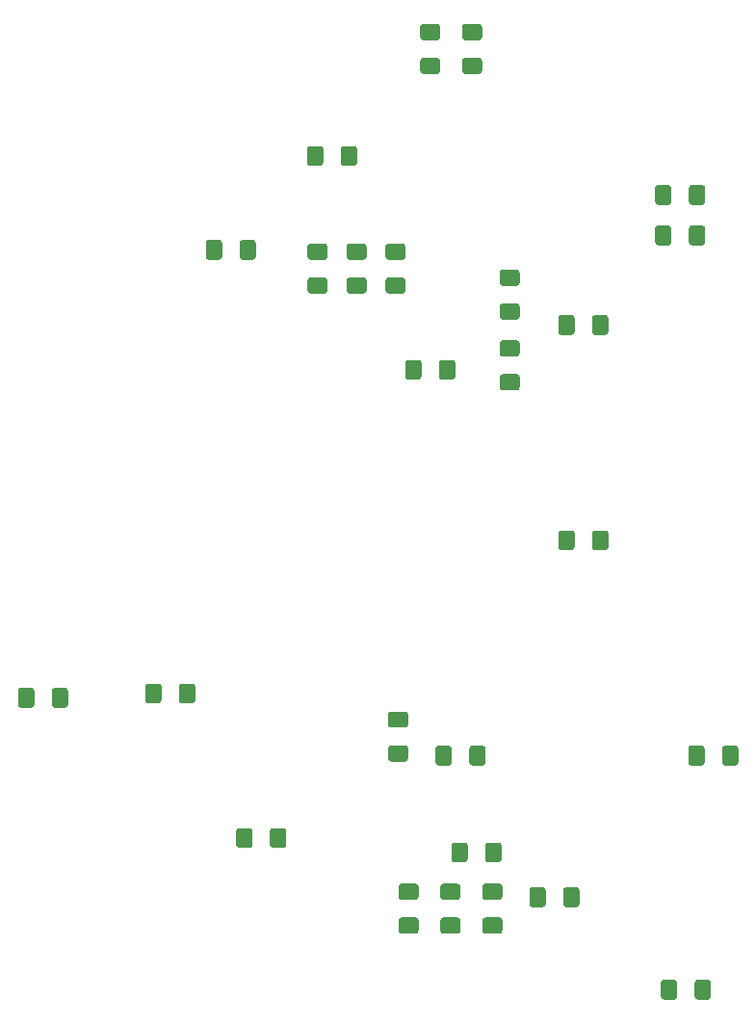
<source format=gbp>
G04 #@! TF.GenerationSoftware,KiCad,Pcbnew,(5.1.6)-1*
G04 #@! TF.CreationDate,2020-11-25T06:28:35+02:00*
G04 #@! TF.ProjectId,PlusD_Clone_1_5,506c7573-445f-4436-9c6f-6e655f315f35,rev?*
G04 #@! TF.SameCoordinates,Original*
G04 #@! TF.FileFunction,Paste,Bot*
G04 #@! TF.FilePolarity,Positive*
%FSLAX46Y46*%
G04 Gerber Fmt 4.6, Leading zero omitted, Abs format (unit mm)*
G04 Created by KiCad (PCBNEW (5.1.6)-1) date 2020-11-25 06:28:35*
%MOMM*%
%LPD*%
G01*
G04 APERTURE LIST*
G04 APERTURE END LIST*
G36*
G01*
X115707000Y-105804000D02*
X116957000Y-105804000D01*
G75*
G02*
X117207000Y-106054000I0J-250000D01*
G01*
X117207000Y-106979000D01*
G75*
G02*
X116957000Y-107229000I-250000J0D01*
G01*
X115707000Y-107229000D01*
G75*
G02*
X115457000Y-106979000I0J250000D01*
G01*
X115457000Y-106054000D01*
G75*
G02*
X115707000Y-105804000I250000J0D01*
G01*
G37*
G36*
G01*
X115707000Y-102829000D02*
X116957000Y-102829000D01*
G75*
G02*
X117207000Y-103079000I0J-250000D01*
G01*
X117207000Y-104004000D01*
G75*
G02*
X116957000Y-104254000I-250000J0D01*
G01*
X115707000Y-104254000D01*
G75*
G02*
X115457000Y-104004000I0J250000D01*
G01*
X115457000Y-103079000D01*
G75*
G02*
X115707000Y-102829000I250000J0D01*
G01*
G37*
G36*
G01*
X120914000Y-51829000D02*
X122164000Y-51829000D01*
G75*
G02*
X122414000Y-52079000I0J-250000D01*
G01*
X122414000Y-53004000D01*
G75*
G02*
X122164000Y-53254000I-250000J0D01*
G01*
X120914000Y-53254000D01*
G75*
G02*
X120664000Y-53004000I0J250000D01*
G01*
X120664000Y-52079000D01*
G75*
G02*
X120914000Y-51829000I250000J0D01*
G01*
G37*
G36*
G01*
X120914000Y-48854000D02*
X122164000Y-48854000D01*
G75*
G02*
X122414000Y-49104000I0J-250000D01*
G01*
X122414000Y-50029000D01*
G75*
G02*
X122164000Y-50279000I-250000J0D01*
G01*
X120914000Y-50279000D01*
G75*
G02*
X120664000Y-50029000I0J250000D01*
G01*
X120664000Y-49104000D01*
G75*
G02*
X120914000Y-48854000I250000J0D01*
G01*
G37*
G36*
G01*
X120914000Y-58052000D02*
X122164000Y-58052000D01*
G75*
G02*
X122414000Y-58302000I0J-250000D01*
G01*
X122414000Y-59227000D01*
G75*
G02*
X122164000Y-59477000I-250000J0D01*
G01*
X120914000Y-59477000D01*
G75*
G02*
X120664000Y-59227000I0J250000D01*
G01*
X120664000Y-58302000D01*
G75*
G02*
X120914000Y-58052000I250000J0D01*
G01*
G37*
G36*
G01*
X120914000Y-55077000D02*
X122164000Y-55077000D01*
G75*
G02*
X122414000Y-55327000I0J-250000D01*
G01*
X122414000Y-56252000D01*
G75*
G02*
X122164000Y-56502000I-250000J0D01*
G01*
X120914000Y-56502000D01*
G75*
G02*
X120664000Y-56252000I0J250000D01*
G01*
X120664000Y-55327000D01*
G75*
G02*
X120914000Y-55077000I250000J0D01*
G01*
G37*
G36*
G01*
X112131000Y-47993000D02*
X110881000Y-47993000D01*
G75*
G02*
X110631000Y-47743000I0J250000D01*
G01*
X110631000Y-46818000D01*
G75*
G02*
X110881000Y-46568000I250000J0D01*
G01*
X112131000Y-46568000D01*
G75*
G02*
X112381000Y-46818000I0J-250000D01*
G01*
X112381000Y-47743000D01*
G75*
G02*
X112131000Y-47993000I-250000J0D01*
G01*
G37*
G36*
G01*
X112131000Y-50968000D02*
X110881000Y-50968000D01*
G75*
G02*
X110631000Y-50718000I0J250000D01*
G01*
X110631000Y-49793000D01*
G75*
G02*
X110881000Y-49543000I250000J0D01*
G01*
X112131000Y-49543000D01*
G75*
G02*
X112381000Y-49793000I0J-250000D01*
G01*
X112381000Y-50718000D01*
G75*
G02*
X112131000Y-50968000I-250000J0D01*
G01*
G37*
G36*
G01*
X120640000Y-104254000D02*
X119390000Y-104254000D01*
G75*
G02*
X119140000Y-104004000I0J250000D01*
G01*
X119140000Y-103079000D01*
G75*
G02*
X119390000Y-102829000I250000J0D01*
G01*
X120640000Y-102829000D01*
G75*
G02*
X120890000Y-103079000I0J-250000D01*
G01*
X120890000Y-104004000D01*
G75*
G02*
X120640000Y-104254000I-250000J0D01*
G01*
G37*
G36*
G01*
X120640000Y-107229000D02*
X119390000Y-107229000D01*
G75*
G02*
X119140000Y-106979000I0J250000D01*
G01*
X119140000Y-106054000D01*
G75*
G02*
X119390000Y-105804000I250000J0D01*
G01*
X120640000Y-105804000D01*
G75*
G02*
X120890000Y-106054000I0J-250000D01*
G01*
X120890000Y-106979000D01*
G75*
G02*
X120640000Y-107229000I-250000J0D01*
G01*
G37*
G36*
G01*
X117843000Y-99451000D02*
X117843000Y-100701000D01*
G75*
G02*
X117593000Y-100951000I-250000J0D01*
G01*
X116668000Y-100951000D01*
G75*
G02*
X116418000Y-100701000I0J250000D01*
G01*
X116418000Y-99451000D01*
G75*
G02*
X116668000Y-99201000I250000J0D01*
G01*
X117593000Y-99201000D01*
G75*
G02*
X117843000Y-99451000I0J-250000D01*
G01*
G37*
G36*
G01*
X120818000Y-99451000D02*
X120818000Y-100701000D01*
G75*
G02*
X120568000Y-100951000I-250000J0D01*
G01*
X119643000Y-100951000D01*
G75*
G02*
X119393000Y-100701000I0J250000D01*
G01*
X119393000Y-99451000D01*
G75*
G02*
X119643000Y-99201000I250000J0D01*
G01*
X120568000Y-99201000D01*
G75*
G02*
X120818000Y-99451000I0J-250000D01*
G01*
G37*
G36*
G01*
X111110000Y-90665600D02*
X112360000Y-90665600D01*
G75*
G02*
X112610000Y-90915600I0J-250000D01*
G01*
X112610000Y-91840600D01*
G75*
G02*
X112360000Y-92090600I-250000J0D01*
G01*
X111110000Y-92090600D01*
G75*
G02*
X110860000Y-91840600I0J250000D01*
G01*
X110860000Y-90915600D01*
G75*
G02*
X111110000Y-90665600I250000J0D01*
G01*
G37*
G36*
G01*
X111110000Y-87690600D02*
X112360000Y-87690600D01*
G75*
G02*
X112610000Y-87940600I0J-250000D01*
G01*
X112610000Y-88865600D01*
G75*
G02*
X112360000Y-89115600I-250000J0D01*
G01*
X111110000Y-89115600D01*
G75*
G02*
X110860000Y-88865600I0J250000D01*
G01*
X110860000Y-87940600D01*
G75*
G02*
X111110000Y-87690600I250000J0D01*
G01*
G37*
G36*
G01*
X137300000Y-46472000D02*
X137300000Y-45222000D01*
G75*
G02*
X137550000Y-44972000I250000J0D01*
G01*
X138475000Y-44972000D01*
G75*
G02*
X138725000Y-45222000I0J-250000D01*
G01*
X138725000Y-46472000D01*
G75*
G02*
X138475000Y-46722000I-250000J0D01*
G01*
X137550000Y-46722000D01*
G75*
G02*
X137300000Y-46472000I0J250000D01*
G01*
G37*
G36*
G01*
X134325000Y-46472000D02*
X134325000Y-45222000D01*
G75*
G02*
X134575000Y-44972000I250000J0D01*
G01*
X135500000Y-44972000D01*
G75*
G02*
X135750000Y-45222000I0J-250000D01*
G01*
X135750000Y-46472000D01*
G75*
G02*
X135500000Y-46722000I-250000J0D01*
G01*
X134575000Y-46722000D01*
G75*
G02*
X134325000Y-46472000I0J250000D01*
G01*
G37*
G36*
G01*
X135750000Y-41666000D02*
X135750000Y-42916000D01*
G75*
G02*
X135500000Y-43166000I-250000J0D01*
G01*
X134575000Y-43166000D01*
G75*
G02*
X134325000Y-42916000I0J250000D01*
G01*
X134325000Y-41666000D01*
G75*
G02*
X134575000Y-41416000I250000J0D01*
G01*
X135500000Y-41416000D01*
G75*
G02*
X135750000Y-41666000I0J-250000D01*
G01*
G37*
G36*
G01*
X138725000Y-41666000D02*
X138725000Y-42916000D01*
G75*
G02*
X138475000Y-43166000I-250000J0D01*
G01*
X137550000Y-43166000D01*
G75*
G02*
X137300000Y-42916000I0J250000D01*
G01*
X137300000Y-41666000D01*
G75*
G02*
X137550000Y-41416000I250000J0D01*
G01*
X138475000Y-41416000D01*
G75*
G02*
X138725000Y-41666000I0J-250000D01*
G01*
G37*
G36*
G01*
X118862000Y-28689000D02*
X117612000Y-28689000D01*
G75*
G02*
X117362000Y-28439000I0J250000D01*
G01*
X117362000Y-27514000D01*
G75*
G02*
X117612000Y-27264000I250000J0D01*
G01*
X118862000Y-27264000D01*
G75*
G02*
X119112000Y-27514000I0J-250000D01*
G01*
X119112000Y-28439000D01*
G75*
G02*
X118862000Y-28689000I-250000J0D01*
G01*
G37*
G36*
G01*
X118862000Y-31664000D02*
X117612000Y-31664000D01*
G75*
G02*
X117362000Y-31414000I0J250000D01*
G01*
X117362000Y-30489000D01*
G75*
G02*
X117612000Y-30239000I250000J0D01*
G01*
X118862000Y-30239000D01*
G75*
G02*
X119112000Y-30489000I0J-250000D01*
G01*
X119112000Y-31414000D01*
G75*
G02*
X118862000Y-31664000I-250000J0D01*
G01*
G37*
G36*
G01*
X115179000Y-28689000D02*
X113929000Y-28689000D01*
G75*
G02*
X113679000Y-28439000I0J250000D01*
G01*
X113679000Y-27514000D01*
G75*
G02*
X113929000Y-27264000I250000J0D01*
G01*
X115179000Y-27264000D01*
G75*
G02*
X115429000Y-27514000I0J-250000D01*
G01*
X115429000Y-28439000D01*
G75*
G02*
X115179000Y-28689000I-250000J0D01*
G01*
G37*
G36*
G01*
X115179000Y-31664000D02*
X113929000Y-31664000D01*
G75*
G02*
X113679000Y-31414000I0J250000D01*
G01*
X113679000Y-30489000D01*
G75*
G02*
X113929000Y-30239000I250000J0D01*
G01*
X115179000Y-30239000D01*
G75*
G02*
X115429000Y-30489000I0J-250000D01*
G01*
X115429000Y-31414000D01*
G75*
G02*
X115179000Y-31664000I-250000J0D01*
G01*
G37*
G36*
G01*
X107452000Y-49543000D02*
X108702000Y-49543000D01*
G75*
G02*
X108952000Y-49793000I0J-250000D01*
G01*
X108952000Y-50718000D01*
G75*
G02*
X108702000Y-50968000I-250000J0D01*
G01*
X107452000Y-50968000D01*
G75*
G02*
X107202000Y-50718000I0J250000D01*
G01*
X107202000Y-49793000D01*
G75*
G02*
X107452000Y-49543000I250000J0D01*
G01*
G37*
G36*
G01*
X107452000Y-46568000D02*
X108702000Y-46568000D01*
G75*
G02*
X108952000Y-46818000I0J-250000D01*
G01*
X108952000Y-47743000D01*
G75*
G02*
X108702000Y-47993000I-250000J0D01*
G01*
X107452000Y-47993000D01*
G75*
G02*
X107202000Y-47743000I0J250000D01*
G01*
X107202000Y-46818000D01*
G75*
G02*
X107452000Y-46568000I250000J0D01*
G01*
G37*
G36*
G01*
X104023000Y-49543000D02*
X105273000Y-49543000D01*
G75*
G02*
X105523000Y-49793000I0J-250000D01*
G01*
X105523000Y-50718000D01*
G75*
G02*
X105273000Y-50968000I-250000J0D01*
G01*
X104023000Y-50968000D01*
G75*
G02*
X103773000Y-50718000I0J250000D01*
G01*
X103773000Y-49793000D01*
G75*
G02*
X104023000Y-49543000I250000J0D01*
G01*
G37*
G36*
G01*
X104023000Y-46568000D02*
X105273000Y-46568000D01*
G75*
G02*
X105523000Y-46818000I0J-250000D01*
G01*
X105523000Y-47743000D01*
G75*
G02*
X105273000Y-47993000I-250000J0D01*
G01*
X104023000Y-47993000D01*
G75*
G02*
X103773000Y-47743000I0J250000D01*
G01*
X103773000Y-46818000D01*
G75*
G02*
X104023000Y-46568000I250000J0D01*
G01*
G37*
G36*
G01*
X113274000Y-104254000D02*
X112024000Y-104254000D01*
G75*
G02*
X111774000Y-104004000I0J250000D01*
G01*
X111774000Y-103079000D01*
G75*
G02*
X112024000Y-102829000I250000J0D01*
G01*
X113274000Y-102829000D01*
G75*
G02*
X113524000Y-103079000I0J-250000D01*
G01*
X113524000Y-104004000D01*
G75*
G02*
X113274000Y-104254000I-250000J0D01*
G01*
G37*
G36*
G01*
X113274000Y-107229000D02*
X112024000Y-107229000D01*
G75*
G02*
X111774000Y-106979000I0J250000D01*
G01*
X111774000Y-106054000D01*
G75*
G02*
X112024000Y-105804000I250000J0D01*
G01*
X113274000Y-105804000D01*
G75*
G02*
X113524000Y-106054000I0J-250000D01*
G01*
X113524000Y-106979000D01*
G75*
G02*
X113274000Y-107229000I-250000J0D01*
G01*
G37*
G36*
G01*
X137808000Y-112766000D02*
X137808000Y-111516000D01*
G75*
G02*
X138058000Y-111266000I250000J0D01*
G01*
X138983000Y-111266000D01*
G75*
G02*
X139233000Y-111516000I0J-250000D01*
G01*
X139233000Y-112766000D01*
G75*
G02*
X138983000Y-113016000I-250000J0D01*
G01*
X138058000Y-113016000D01*
G75*
G02*
X137808000Y-112766000I0J250000D01*
G01*
G37*
G36*
G01*
X134833000Y-112766000D02*
X134833000Y-111516000D01*
G75*
G02*
X135083000Y-111266000I250000J0D01*
G01*
X136008000Y-111266000D01*
G75*
G02*
X136258000Y-111516000I0J-250000D01*
G01*
X136258000Y-112766000D01*
G75*
G02*
X136008000Y-113016000I-250000J0D01*
G01*
X135083000Y-113016000D01*
G75*
G02*
X134833000Y-112766000I0J250000D01*
G01*
G37*
G36*
G01*
X100470000Y-99431000D02*
X100470000Y-98181000D01*
G75*
G02*
X100720000Y-97931000I250000J0D01*
G01*
X101645000Y-97931000D01*
G75*
G02*
X101895000Y-98181000I0J-250000D01*
G01*
X101895000Y-99431000D01*
G75*
G02*
X101645000Y-99681000I-250000J0D01*
G01*
X100720000Y-99681000D01*
G75*
G02*
X100470000Y-99431000I0J250000D01*
G01*
G37*
G36*
G01*
X97495000Y-99431000D02*
X97495000Y-98181000D01*
G75*
G02*
X97745000Y-97931000I250000J0D01*
G01*
X98670000Y-97931000D01*
G75*
G02*
X98920000Y-98181000I0J-250000D01*
G01*
X98920000Y-99431000D01*
G75*
G02*
X98670000Y-99681000I-250000J0D01*
G01*
X97745000Y-99681000D01*
G75*
G02*
X97495000Y-99431000I0J250000D01*
G01*
G37*
G36*
G01*
X138671000Y-90942000D02*
X138671000Y-92192000D01*
G75*
G02*
X138421000Y-92442000I-250000J0D01*
G01*
X137496000Y-92442000D01*
G75*
G02*
X137246000Y-92192000I0J250000D01*
G01*
X137246000Y-90942000D01*
G75*
G02*
X137496000Y-90692000I250000J0D01*
G01*
X138421000Y-90692000D01*
G75*
G02*
X138671000Y-90942000I0J-250000D01*
G01*
G37*
G36*
G01*
X141646000Y-90942000D02*
X141646000Y-92192000D01*
G75*
G02*
X141396000Y-92442000I-250000J0D01*
G01*
X140471000Y-92442000D01*
G75*
G02*
X140221000Y-92192000I0J250000D01*
G01*
X140221000Y-90942000D01*
G75*
G02*
X140471000Y-90692000I250000J0D01*
G01*
X141396000Y-90692000D01*
G75*
G02*
X141646000Y-90942000I0J-250000D01*
G01*
G37*
G36*
G01*
X116446000Y-90942000D02*
X116446000Y-92192000D01*
G75*
G02*
X116196000Y-92442000I-250000J0D01*
G01*
X115271000Y-92442000D01*
G75*
G02*
X115021000Y-92192000I0J250000D01*
G01*
X115021000Y-90942000D01*
G75*
G02*
X115271000Y-90692000I250000J0D01*
G01*
X116196000Y-90692000D01*
G75*
G02*
X116446000Y-90942000I0J-250000D01*
G01*
G37*
G36*
G01*
X119421000Y-90942000D02*
X119421000Y-92192000D01*
G75*
G02*
X119171000Y-92442000I-250000J0D01*
G01*
X118246000Y-92442000D01*
G75*
G02*
X117996000Y-92192000I0J250000D01*
G01*
X117996000Y-90942000D01*
G75*
G02*
X118246000Y-90692000I250000J0D01*
G01*
X119171000Y-90692000D01*
G75*
G02*
X119421000Y-90942000I0J-250000D01*
G01*
G37*
G36*
G01*
X90919000Y-85481000D02*
X90919000Y-86731000D01*
G75*
G02*
X90669000Y-86981000I-250000J0D01*
G01*
X89744000Y-86981000D01*
G75*
G02*
X89494000Y-86731000I0J250000D01*
G01*
X89494000Y-85481000D01*
G75*
G02*
X89744000Y-85231000I250000J0D01*
G01*
X90669000Y-85231000D01*
G75*
G02*
X90919000Y-85481000I0J-250000D01*
G01*
G37*
G36*
G01*
X93894000Y-85481000D02*
X93894000Y-86731000D01*
G75*
G02*
X93644000Y-86981000I-250000J0D01*
G01*
X92719000Y-86981000D01*
G75*
G02*
X92469000Y-86731000I0J250000D01*
G01*
X92469000Y-85481000D01*
G75*
G02*
X92719000Y-85231000I250000J0D01*
G01*
X93644000Y-85231000D01*
G75*
G02*
X93894000Y-85481000I0J-250000D01*
G01*
G37*
G36*
G01*
X105143000Y-38237000D02*
X105143000Y-39487000D01*
G75*
G02*
X104893000Y-39737000I-250000J0D01*
G01*
X103968000Y-39737000D01*
G75*
G02*
X103718000Y-39487000I0J250000D01*
G01*
X103718000Y-38237000D01*
G75*
G02*
X103968000Y-37987000I250000J0D01*
G01*
X104893000Y-37987000D01*
G75*
G02*
X105143000Y-38237000I0J-250000D01*
G01*
G37*
G36*
G01*
X108118000Y-38237000D02*
X108118000Y-39487000D01*
G75*
G02*
X107868000Y-39737000I-250000J0D01*
G01*
X106943000Y-39737000D01*
G75*
G02*
X106693000Y-39487000I0J250000D01*
G01*
X106693000Y-38237000D01*
G75*
G02*
X106943000Y-37987000I250000J0D01*
G01*
X107868000Y-37987000D01*
G75*
G02*
X108118000Y-38237000I0J-250000D01*
G01*
G37*
G36*
G01*
X81293000Y-87112000D02*
X81293000Y-85862000D01*
G75*
G02*
X81543000Y-85612000I250000J0D01*
G01*
X82468000Y-85612000D01*
G75*
G02*
X82718000Y-85862000I0J-250000D01*
G01*
X82718000Y-87112000D01*
G75*
G02*
X82468000Y-87362000I-250000J0D01*
G01*
X81543000Y-87362000D01*
G75*
G02*
X81293000Y-87112000I0J250000D01*
G01*
G37*
G36*
G01*
X78318000Y-87112000D02*
X78318000Y-85862000D01*
G75*
G02*
X78568000Y-85612000I250000J0D01*
G01*
X79493000Y-85612000D01*
G75*
G02*
X79743000Y-85862000I0J-250000D01*
G01*
X79743000Y-87112000D01*
G75*
G02*
X79493000Y-87362000I-250000J0D01*
G01*
X78568000Y-87362000D01*
G75*
G02*
X78318000Y-87112000I0J250000D01*
G01*
G37*
G36*
G01*
X97803000Y-47742000D02*
X97803000Y-46492000D01*
G75*
G02*
X98053000Y-46242000I250000J0D01*
G01*
X98978000Y-46242000D01*
G75*
G02*
X99228000Y-46492000I0J-250000D01*
G01*
X99228000Y-47742000D01*
G75*
G02*
X98978000Y-47992000I-250000J0D01*
G01*
X98053000Y-47992000D01*
G75*
G02*
X97803000Y-47742000I0J250000D01*
G01*
G37*
G36*
G01*
X94828000Y-47742000D02*
X94828000Y-46492000D01*
G75*
G02*
X95078000Y-46242000I250000J0D01*
G01*
X96003000Y-46242000D01*
G75*
G02*
X96253000Y-46492000I0J-250000D01*
G01*
X96253000Y-47742000D01*
G75*
G02*
X96003000Y-47992000I-250000J0D01*
G01*
X95078000Y-47992000D01*
G75*
G02*
X94828000Y-47742000I0J250000D01*
G01*
G37*
G36*
G01*
X124701000Y-103388000D02*
X124701000Y-104638000D01*
G75*
G02*
X124451000Y-104888000I-250000J0D01*
G01*
X123526000Y-104888000D01*
G75*
G02*
X123276000Y-104638000I0J250000D01*
G01*
X123276000Y-103388000D01*
G75*
G02*
X123526000Y-103138000I250000J0D01*
G01*
X124451000Y-103138000D01*
G75*
G02*
X124701000Y-103388000I0J-250000D01*
G01*
G37*
G36*
G01*
X127676000Y-103388000D02*
X127676000Y-104638000D01*
G75*
G02*
X127426000Y-104888000I-250000J0D01*
G01*
X126501000Y-104888000D01*
G75*
G02*
X126251000Y-104638000I0J250000D01*
G01*
X126251000Y-103388000D01*
G75*
G02*
X126501000Y-103138000I250000J0D01*
G01*
X127426000Y-103138000D01*
G75*
G02*
X127676000Y-103388000I0J-250000D01*
G01*
G37*
G36*
G01*
X127241000Y-72019000D02*
X127241000Y-73269000D01*
G75*
G02*
X126991000Y-73519000I-250000J0D01*
G01*
X126066000Y-73519000D01*
G75*
G02*
X125816000Y-73269000I0J250000D01*
G01*
X125816000Y-72019000D01*
G75*
G02*
X126066000Y-71769000I250000J0D01*
G01*
X126991000Y-71769000D01*
G75*
G02*
X127241000Y-72019000I0J-250000D01*
G01*
G37*
G36*
G01*
X130216000Y-72019000D02*
X130216000Y-73269000D01*
G75*
G02*
X129966000Y-73519000I-250000J0D01*
G01*
X129041000Y-73519000D01*
G75*
G02*
X128791000Y-73269000I0J250000D01*
G01*
X128791000Y-72019000D01*
G75*
G02*
X129041000Y-71769000I250000J0D01*
G01*
X129966000Y-71769000D01*
G75*
G02*
X130216000Y-72019000I0J-250000D01*
G01*
G37*
G36*
G01*
X127241000Y-53096000D02*
X127241000Y-54346000D01*
G75*
G02*
X126991000Y-54596000I-250000J0D01*
G01*
X126066000Y-54596000D01*
G75*
G02*
X125816000Y-54346000I0J250000D01*
G01*
X125816000Y-53096000D01*
G75*
G02*
X126066000Y-52846000I250000J0D01*
G01*
X126991000Y-52846000D01*
G75*
G02*
X127241000Y-53096000I0J-250000D01*
G01*
G37*
G36*
G01*
X130216000Y-53096000D02*
X130216000Y-54346000D01*
G75*
G02*
X129966000Y-54596000I-250000J0D01*
G01*
X129041000Y-54596000D01*
G75*
G02*
X128791000Y-54346000I0J250000D01*
G01*
X128791000Y-53096000D01*
G75*
G02*
X129041000Y-52846000I250000J0D01*
G01*
X129966000Y-52846000D01*
G75*
G02*
X130216000Y-53096000I0J-250000D01*
G01*
G37*
G36*
G01*
X115329000Y-58283000D02*
X115329000Y-57033000D01*
G75*
G02*
X115579000Y-56783000I250000J0D01*
G01*
X116504000Y-56783000D01*
G75*
G02*
X116754000Y-57033000I0J-250000D01*
G01*
X116754000Y-58283000D01*
G75*
G02*
X116504000Y-58533000I-250000J0D01*
G01*
X115579000Y-58533000D01*
G75*
G02*
X115329000Y-58283000I0J250000D01*
G01*
G37*
G36*
G01*
X112354000Y-58283000D02*
X112354000Y-57033000D01*
G75*
G02*
X112604000Y-56783000I250000J0D01*
G01*
X113529000Y-56783000D01*
G75*
G02*
X113779000Y-57033000I0J-250000D01*
G01*
X113779000Y-58283000D01*
G75*
G02*
X113529000Y-58533000I-250000J0D01*
G01*
X112604000Y-58533000D01*
G75*
G02*
X112354000Y-58283000I0J250000D01*
G01*
G37*
M02*

</source>
